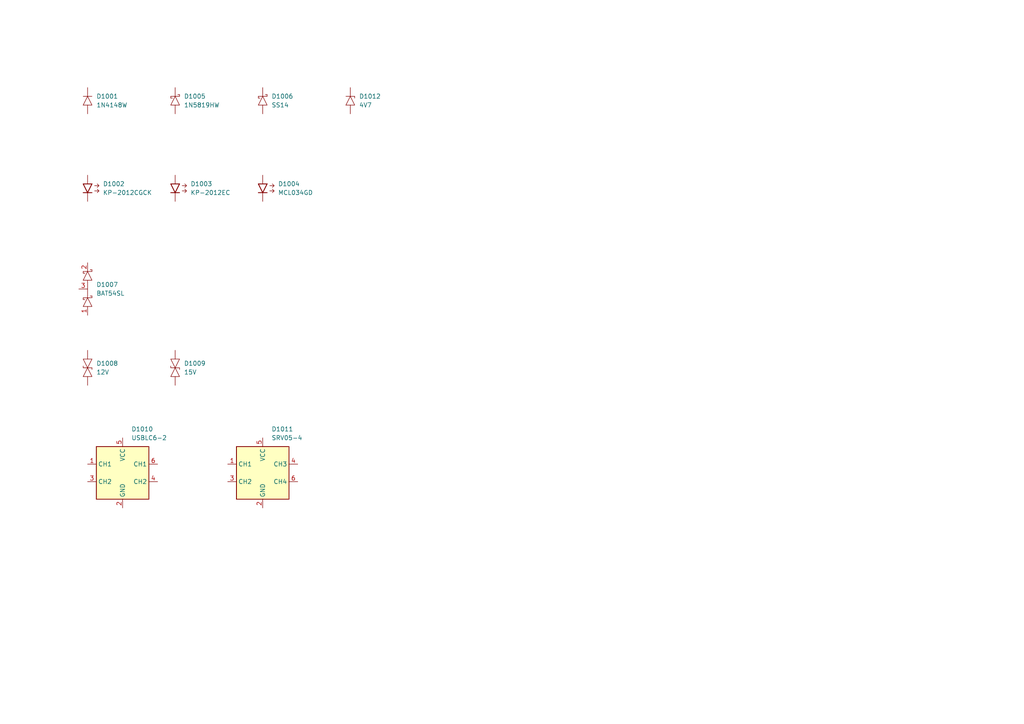
<source format=kicad_sch>
(kicad_sch
	(version 20250114)
	(generator "eeschema")
	(generator_version "9.0")
	(uuid "e63e39d7-6ac0-4ffd-8aa3-1841a4541b55")
	(paper "A4")
	(title_block
		(title "Diodes")
		(date "2026-01-06")
		(rev "1")
		(comment 1 "-")
		(comment 2 "-")
	)
	(lib_symbols
		(symbol "lily_symbols:dio_1N4148W_sod123"
			(pin_numbers
				(hide yes)
			)
			(pin_names
				(hide yes)
			)
			(exclude_from_sim no)
			(in_bom yes)
			(on_board yes)
			(property "Reference" "D"
				(at 2.54 -2.54 0)
				(effects
					(font
						(size 1.27 1.27)
					)
					(justify left)
				)
			)
			(property "Value" "1N4148W"
				(at 2.54 -5.08 0)
				(effects
					(font
						(size 1.27 1.27)
					)
					(justify left)
				)
			)
			(property "Footprint" "lily_footprints:dio_sod123"
				(at 0 -20.32 0)
				(effects
					(font
						(size 1.27 1.27)
					)
					(hide yes)
				)
			)
			(property "Datasheet" "https://lilytronics.github.io/lily_kicad_lib/datasheets/diotec/1N4148W.pdf"
				(at 0 -33.02 0)
				(effects
					(font
						(size 1.27 1.27)
					)
					(hide yes)
				)
			)
			(property "Description" ""
				(at 0 0 0)
				(effects
					(font
						(size 1.27 1.27)
					)
					(hide yes)
				)
			)
			(property "Revision" "1"
				(at 0 -15.24 0)
				(effects
					(font
						(size 1.27 1.27)
					)
					(hide yes)
				)
			)
			(property "Status" "Active"
				(at 0 -17.78 0)
				(effects
					(font
						(size 1.27 1.27)
					)
					(hide yes)
				)
			)
			(property "Manufacturer" "Diotec Semiconductor"
				(at 0 -22.86 0)
				(effects
					(font
						(size 1.27 1.27)
					)
					(hide yes)
				)
			)
			(property "Manufacturer_ID" "1N4148W"
				(at 0 -25.4 0)
				(effects
					(font
						(size 1.27 1.27)
					)
					(hide yes)
				)
			)
			(property "Lily_ID" "NO_ID"
				(at 0 -27.94 0)
				(effects
					(font
						(size 1.27 1.27)
					)
					(hide yes)
				)
			)
			(property "JLCPCB_ID" "NO_ID"
				(at 0 -30.48 0)
				(effects
					(font
						(size 1.27 1.27)
					)
					(hide yes)
				)
			)
			(symbol "dio_1N4148W_sod123_0_1"
				(polyline
					(pts
						(xy -1.27 -2.54) (xy 1.27 -2.54)
					)
					(stroke
						(width 0)
						(type default)
					)
					(fill
						(type none)
					)
				)
				(polyline
					(pts
						(xy -1.27 -5.08) (xy 1.27 -5.08) (xy 0 -2.54) (xy -1.27 -5.08)
					)
					(stroke
						(width 0)
						(type default)
					)
					(fill
						(type none)
					)
				)
			)
			(symbol "dio_1N4148W_sod123_1_1"
				(pin passive line
					(at 0 0 270)
					(length 2.54)
					(name ""
						(effects
							(font
								(size 1.27 1.27)
							)
						)
					)
					(number "1"
						(effects
							(font
								(size 1.27 1.27)
							)
						)
					)
				)
				(pin passive line
					(at 0 -7.62 90)
					(length 2.54)
					(name ""
						(effects
							(font
								(size 1.27 1.27)
							)
						)
					)
					(number "2"
						(effects
							(font
								(size 1.27 1.27)
							)
						)
					)
				)
			)
			(embedded_fonts no)
		)
		(symbol "lily_symbols:dio_led_green_KP-2012CGCK_0805"
			(pin_numbers
				(hide yes)
			)
			(pin_names
				(offset 1.016)
				(hide yes)
			)
			(exclude_from_sim no)
			(in_bom yes)
			(on_board yes)
			(property "Reference" "D"
				(at 4.445 -2.54 0)
				(effects
					(font
						(size 1.27 1.27)
					)
					(justify left)
				)
			)
			(property "Value" "KP-2012CGCK"
				(at 4.445 -5.08 0)
				(effects
					(font
						(size 1.27 1.27)
					)
					(justify left)
				)
			)
			(property "Footprint" "lily_footprints:led_0805"
				(at 0 -20.32 0)
				(effects
					(font
						(size 1.27 1.27)
					)
					(hide yes)
				)
			)
			(property "Datasheet" "https://lilytronics.github.io/lily_kicad_lib/datasheets/kingbright/KP-2012CGCK.pdf"
				(at 0 -33.02 0)
				(effects
					(font
						(size 1.27 1.27)
					)
					(hide yes)
				)
			)
			(property "Description" ""
				(at 0 0 0)
				(effects
					(font
						(size 1.27 1.27)
					)
					(hide yes)
				)
			)
			(property "Revision" "1"
				(at 0 -15.24 0)
				(effects
					(font
						(size 1.27 1.27)
					)
					(hide yes)
				)
			)
			(property "Status" "Active"
				(at 0 -17.78 0)
				(effects
					(font
						(size 1.27 1.27)
					)
					(hide yes)
				)
			)
			(property "Manufacturer" "Kingbright"
				(at 0 -22.86 0)
				(effects
					(font
						(size 1.27 1.27)
					)
					(hide yes)
				)
			)
			(property "Manufacturer_ID" "KP-2012CGCK"
				(at 0 -25.4 0)
				(effects
					(font
						(size 1.27 1.27)
					)
					(hide yes)
				)
			)
			(property "Lily_ID" "NO_ID"
				(at 0.508 -27.94 0)
				(effects
					(font
						(size 1.27 1.27)
					)
					(hide yes)
				)
			)
			(property "JLCPCB_ID" "C598271"
				(at 0 -30.48 0)
				(effects
					(font
						(size 1.27 1.27)
					)
					(hide yes)
				)
			)
			(symbol "dio_led_green_KP-2012CGCK_0805_0_1"
				(polyline
					(pts
						(xy 1.27 -2.54) (xy -1.27 -2.54) (xy 0 -5.08) (xy 1.27 -2.54)
					)
					(stroke
						(width 0.254)
						(type default)
					)
					(fill
						(type none)
					)
				)
				(polyline
					(pts
						(xy 1.27 -5.08) (xy -1.27 -5.08)
					)
					(stroke
						(width 0.254)
						(type default)
					)
					(fill
						(type none)
					)
				)
				(polyline
					(pts
						(xy 2.032 -3.048) (xy 3.302 -3.048) (xy 2.794 -3.556)
					)
					(stroke
						(width 0)
						(type default)
					)
					(fill
						(type none)
					)
				)
				(polyline
					(pts
						(xy 2.032 -4.572) (xy 3.302 -4.572) (xy 2.794 -5.08)
					)
					(stroke
						(width 0)
						(type default)
					)
					(fill
						(type none)
					)
				)
				(polyline
					(pts
						(xy 3.302 -3.048) (xy 2.794 -2.54)
					)
					(stroke
						(width 0)
						(type default)
					)
					(fill
						(type none)
					)
				)
				(polyline
					(pts
						(xy 3.302 -4.572) (xy 2.794 -4.064)
					)
					(stroke
						(width 0)
						(type default)
					)
					(fill
						(type none)
					)
				)
			)
			(symbol "dio_led_green_KP-2012CGCK_0805_1_1"
				(pin passive line
					(at 0 0 270)
					(length 2.54)
					(name "A"
						(effects
							(font
								(size 1.27 1.27)
							)
						)
					)
					(number "2"
						(effects
							(font
								(size 1.27 1.27)
							)
						)
					)
				)
				(pin passive line
					(at 0 -7.62 90)
					(length 2.54)
					(name "K"
						(effects
							(font
								(size 1.27 1.27)
							)
						)
					)
					(number "1"
						(effects
							(font
								(size 1.27 1.27)
							)
						)
					)
				)
			)
			(embedded_fonts no)
		)
		(symbol "lily_symbols:dio_led_green_MCL034GD_3mm_edge_mount"
			(pin_numbers
				(hide yes)
			)
			(pin_names
				(offset 1.016)
				(hide yes)
			)
			(exclude_from_sim no)
			(in_bom yes)
			(on_board yes)
			(property "Reference" "D"
				(at 4.445 -2.54 0)
				(effects
					(font
						(size 1.27 1.27)
					)
					(justify left)
				)
			)
			(property "Value" "MCL034GD"
				(at 4.445 -5.08 0)
				(effects
					(font
						(size 1.27 1.27)
					)
					(justify left)
				)
			)
			(property "Footprint" "lily_footprints:led_3mm_green_edge_mount"
				(at 0 -20.32 0)
				(effects
					(font
						(size 1.27 1.27)
					)
					(hide yes)
				)
			)
			(property "Datasheet" "https://lilytronics.github.io/lily_kicad_lib/datasheets/multicomp/MCL034GD.pdf"
				(at 0 -33.02 0)
				(effects
					(font
						(size 1.27 1.27)
					)
					(hide yes)
				)
			)
			(property "Description" ""
				(at 0 0 0)
				(effects
					(font
						(size 1.27 1.27)
					)
					(hide yes)
				)
			)
			(property "Revision" "1"
				(at 0 -15.24 0)
				(effects
					(font
						(size 1.27 1.27)
					)
					(hide yes)
				)
			)
			(property "Status" "Active"
				(at 0 -17.78 0)
				(effects
					(font
						(size 1.27 1.27)
					)
					(hide yes)
				)
			)
			(property "Manufacturer" "MULTICOMP PRO"
				(at 0 -22.86 0)
				(effects
					(font
						(size 1.27 1.27)
					)
					(hide yes)
				)
			)
			(property "Manufacturer_ID" "MCL034GD"
				(at 0 -25.4 0)
				(effects
					(font
						(size 1.27 1.27)
					)
					(hide yes)
				)
			)
			(property "Lily_ID" "NO_ID"
				(at 0 -27.94 0)
				(effects
					(font
						(size 1.27 1.27)
					)
					(hide yes)
				)
			)
			(property "JLCPCB_ID" "NO_ID"
				(at 0 -30.48 0)
				(effects
					(font
						(size 1.27 1.27)
					)
					(hide yes)
				)
			)
			(symbol "dio_led_green_MCL034GD_3mm_edge_mount_0_1"
				(polyline
					(pts
						(xy 1.27 -2.54) (xy -1.27 -2.54) (xy 0 -5.08) (xy 1.27 -2.54)
					)
					(stroke
						(width 0.254)
						(type default)
					)
					(fill
						(type none)
					)
				)
				(polyline
					(pts
						(xy 1.27 -5.08) (xy -1.27 -5.08)
					)
					(stroke
						(width 0.254)
						(type default)
					)
					(fill
						(type none)
					)
				)
				(polyline
					(pts
						(xy 2.032 -3.048) (xy 3.302 -3.048) (xy 2.794 -3.556)
					)
					(stroke
						(width 0)
						(type default)
					)
					(fill
						(type none)
					)
				)
				(polyline
					(pts
						(xy 2.032 -4.572) (xy 3.302 -4.572) (xy 2.794 -5.08)
					)
					(stroke
						(width 0)
						(type default)
					)
					(fill
						(type none)
					)
				)
				(polyline
					(pts
						(xy 3.302 -3.048) (xy 2.794 -2.54)
					)
					(stroke
						(width 0)
						(type default)
					)
					(fill
						(type none)
					)
				)
				(polyline
					(pts
						(xy 3.302 -4.572) (xy 2.794 -4.064)
					)
					(stroke
						(width 0)
						(type default)
					)
					(fill
						(type none)
					)
				)
			)
			(symbol "dio_led_green_MCL034GD_3mm_edge_mount_1_1"
				(pin passive line
					(at 0 0 270)
					(length 2.54)
					(name "A"
						(effects
							(font
								(size 1.27 1.27)
							)
						)
					)
					(number "2"
						(effects
							(font
								(size 1.27 1.27)
							)
						)
					)
				)
				(pin passive line
					(at 0 -7.62 90)
					(length 2.54)
					(name "K"
						(effects
							(font
								(size 1.27 1.27)
							)
						)
					)
					(number "1"
						(effects
							(font
								(size 1.27 1.27)
							)
						)
					)
				)
			)
			(embedded_fonts no)
		)
		(symbol "lily_symbols:dio_led_red_KP-2012EC_0805"
			(pin_numbers
				(hide yes)
			)
			(pin_names
				(offset 1.016)
				(hide yes)
			)
			(exclude_from_sim no)
			(in_bom yes)
			(on_board yes)
			(property "Reference" "D"
				(at 4.445 -2.54 0)
				(effects
					(font
						(size 1.27 1.27)
					)
					(justify left)
				)
			)
			(property "Value" "KP-2012EC"
				(at 4.445 -5.08 0)
				(effects
					(font
						(size 1.27 1.27)
					)
					(justify left)
				)
			)
			(property "Footprint" "lily_footprints:led_0805"
				(at 0 -20.32 0)
				(effects
					(font
						(size 1.27 1.27)
					)
					(hide yes)
				)
			)
			(property "Datasheet" "https://lilytronics.github.io/lily_kicad_lib/datasheets/kingbright/KP-2012EC.pdf"
				(at 0 -33.02 0)
				(effects
					(font
						(size 1.27 1.27)
					)
					(hide yes)
				)
			)
			(property "Description" ""
				(at 0 0 0)
				(effects
					(font
						(size 1.27 1.27)
					)
					(hide yes)
				)
			)
			(property "Revision" "1"
				(at 0 -15.24 0)
				(effects
					(font
						(size 1.27 1.27)
					)
					(hide yes)
				)
			)
			(property "Status" "Active"
				(at 0 -17.78 0)
				(effects
					(font
						(size 1.27 1.27)
					)
					(hide yes)
				)
			)
			(property "Manufacturer" "Kingbright"
				(at 0 -22.86 0)
				(effects
					(font
						(size 1.27 1.27)
					)
					(hide yes)
				)
			)
			(property "Manufacturer_ID" "KP-2012EC"
				(at 0 -25.4 0)
				(effects
					(font
						(size 1.27 1.27)
					)
					(hide yes)
				)
			)
			(property "Lily_ID" "NO_ID"
				(at 0.508 -27.94 0)
				(effects
					(font
						(size 1.27 1.27)
					)
					(hide yes)
				)
			)
			(property "JLCPCB_ID" "C598272"
				(at 0 -30.48 0)
				(effects
					(font
						(size 1.27 1.27)
					)
					(hide yes)
				)
			)
			(symbol "dio_led_red_KP-2012EC_0805_0_1"
				(polyline
					(pts
						(xy 1.27 -2.54) (xy -1.27 -2.54) (xy 0 -5.08) (xy 1.27 -2.54)
					)
					(stroke
						(width 0.254)
						(type default)
					)
					(fill
						(type none)
					)
				)
				(polyline
					(pts
						(xy 1.27 -5.08) (xy -1.27 -5.08)
					)
					(stroke
						(width 0.254)
						(type default)
					)
					(fill
						(type none)
					)
				)
				(polyline
					(pts
						(xy 2.032 -3.048) (xy 3.302 -3.048) (xy 2.794 -3.556)
					)
					(stroke
						(width 0)
						(type default)
					)
					(fill
						(type none)
					)
				)
				(polyline
					(pts
						(xy 2.032 -4.572) (xy 3.302 -4.572) (xy 2.794 -5.08)
					)
					(stroke
						(width 0)
						(type default)
					)
					(fill
						(type none)
					)
				)
				(polyline
					(pts
						(xy 3.302 -3.048) (xy 2.794 -2.54)
					)
					(stroke
						(width 0)
						(type default)
					)
					(fill
						(type none)
					)
				)
				(polyline
					(pts
						(xy 3.302 -4.572) (xy 2.794 -4.064)
					)
					(stroke
						(width 0)
						(type default)
					)
					(fill
						(type none)
					)
				)
			)
			(symbol "dio_led_red_KP-2012EC_0805_1_1"
				(pin passive line
					(at 0 0 270)
					(length 2.54)
					(name "A"
						(effects
							(font
								(size 1.27 1.27)
							)
						)
					)
					(number "2"
						(effects
							(font
								(size 1.27 1.27)
							)
						)
					)
				)
				(pin passive line
					(at 0 -7.62 90)
					(length 2.54)
					(name "K"
						(effects
							(font
								(size 1.27 1.27)
							)
						)
					)
					(number "1"
						(effects
							(font
								(size 1.27 1.27)
							)
						)
					)
				)
			)
			(embedded_fonts no)
		)
		(symbol "lily_symbols:dio_schottky_1N5819HW_sod123"
			(pin_numbers
				(hide yes)
			)
			(pin_names
				(hide yes)
			)
			(exclude_from_sim no)
			(in_bom yes)
			(on_board yes)
			(property "Reference" "D"
				(at 2.54 -2.54 0)
				(effects
					(font
						(size 1.27 1.27)
					)
					(justify left)
				)
			)
			(property "Value" "1N5819HW"
				(at 2.54 -5.08 0)
				(effects
					(font
						(size 1.27 1.27)
					)
					(justify left)
				)
			)
			(property "Footprint" "lily_footprints:dio_sod123"
				(at 0 -20.32 0)
				(effects
					(font
						(size 1.27 1.27)
					)
					(hide yes)
				)
			)
			(property "Datasheet" "https://lilytronics.github.io/lily_kicad_lib/datasheets/diodes_incorporated/1N5819HW.pdf"
				(at 0 -33.02 0)
				(effects
					(font
						(size 1.27 1.27)
					)
					(hide yes)
				)
			)
			(property "Description" ""
				(at 0 0 0)
				(effects
					(font
						(size 1.27 1.27)
					)
					(hide yes)
				)
			)
			(property "Revision" "1"
				(at 0 -15.24 0)
				(effects
					(font
						(size 1.27 1.27)
					)
					(hide yes)
				)
			)
			(property "Status" "Active"
				(at 0 -17.78 0)
				(effects
					(font
						(size 1.27 1.27)
					)
					(hide yes)
				)
			)
			(property "Manufacturer" "Diodes Incorporated"
				(at 0 -22.86 0)
				(effects
					(font
						(size 1.27 1.27)
					)
					(hide yes)
				)
			)
			(property "Manufacturer_ID" "1N5819HW-7-F"
				(at 0 -25.4 0)
				(effects
					(font
						(size 1.27 1.27)
					)
					(hide yes)
				)
			)
			(property "Lily_ID" "NO_ID"
				(at 0 -27.94 0)
				(effects
					(font
						(size 1.27 1.27)
					)
					(hide yes)
				)
			)
			(property "JLCPCB_ID" "C82544"
				(at 0 -30.48 0)
				(effects
					(font
						(size 1.27 1.27)
					)
					(hide yes)
				)
			)
			(symbol "dio_schottky_1N5819HW_sod123_0_1"
				(polyline
					(pts
						(xy -1.27 -2.54) (xy -1.27 -3.048)
					)
					(stroke
						(width 0)
						(type default)
					)
					(fill
						(type none)
					)
				)
				(polyline
					(pts
						(xy -1.27 -2.54) (xy 1.27 -2.54)
					)
					(stroke
						(width 0)
						(type default)
					)
					(fill
						(type none)
					)
				)
				(polyline
					(pts
						(xy -1.27 -3.048) (xy -0.762 -3.048)
					)
					(stroke
						(width 0)
						(type default)
					)
					(fill
						(type none)
					)
				)
				(polyline
					(pts
						(xy -1.27 -5.08) (xy 1.27 -5.08) (xy 0 -2.54) (xy -1.27 -5.08)
					)
					(stroke
						(width 0)
						(type default)
					)
					(fill
						(type none)
					)
				)
				(polyline
					(pts
						(xy 1.27 -2.032) (xy 0.762 -2.032)
					)
					(stroke
						(width 0)
						(type default)
					)
					(fill
						(type none)
					)
				)
				(polyline
					(pts
						(xy 1.27 -2.54) (xy 1.27 -2.032)
					)
					(stroke
						(width 0)
						(type default)
					)
					(fill
						(type none)
					)
				)
			)
			(symbol "dio_schottky_1N5819HW_sod123_1_1"
				(pin passive line
					(at 0 0 270)
					(length 2.54)
					(name ""
						(effects
							(font
								(size 1.27 1.27)
							)
						)
					)
					(number "1"
						(effects
							(font
								(size 1.27 1.27)
							)
						)
					)
				)
				(pin passive line
					(at 0 -7.62 90)
					(length 2.54)
					(name ""
						(effects
							(font
								(size 1.27 1.27)
							)
						)
					)
					(number "2"
						(effects
							(font
								(size 1.27 1.27)
							)
						)
					)
				)
			)
			(embedded_fonts no)
		)
		(symbol "lily_symbols:dio_schottky_SS14_do214ac_sma"
			(pin_numbers
				(hide yes)
			)
			(pin_names
				(hide yes)
			)
			(exclude_from_sim no)
			(in_bom yes)
			(on_board yes)
			(property "Reference" "D"
				(at 2.54 -2.54 0)
				(effects
					(font
						(size 1.27 1.27)
					)
					(justify left)
				)
			)
			(property "Value" "SS14"
				(at 2.54 -5.08 0)
				(effects
					(font
						(size 1.27 1.27)
					)
					(justify left)
				)
			)
			(property "Footprint" "lily_footprints:dio_do214ac_sma"
				(at 0 -20.32 0)
				(effects
					(font
						(size 1.27 1.27)
					)
					(hide yes)
				)
			)
			(property "Datasheet" "https://lilytronics.github.io/lily_kicad_lib/datasheets/vishay/SS12_13_14_15_16_SMA.pdf"
				(at 0 -33.02 0)
				(effects
					(font
						(size 1.27 1.27)
					)
					(hide yes)
				)
			)
			(property "Description" ""
				(at 0 0 0)
				(effects
					(font
						(size 1.27 1.27)
					)
					(hide yes)
				)
			)
			(property "Revision" "1"
				(at 0 -15.24 0)
				(effects
					(font
						(size 1.27 1.27)
					)
					(hide yes)
				)
			)
			(property "Status" "Active"
				(at 0 -17.78 0)
				(effects
					(font
						(size 1.27 1.27)
					)
					(hide yes)
				)
			)
			(property "Manufacturer" "Vishay Intertech"
				(at 0 -22.86 0)
				(effects
					(font
						(size 1.27 1.27)
					)
					(hide yes)
				)
			)
			(property "Manufacturer_ID" "SS14-E3/61T"
				(at 0 -25.4 0)
				(effects
					(font
						(size 1.27 1.27)
					)
					(hide yes)
				)
			)
			(property "Lily_ID" "NO_ID"
				(at 0 -27.94 0)
				(effects
					(font
						(size 1.27 1.27)
					)
					(hide yes)
				)
			)
			(property "JLCPCB_ID" "C47460"
				(at 0 -30.48 0)
				(effects
					(font
						(size 1.27 1.27)
					)
					(hide yes)
				)
			)
			(symbol "dio_schottky_SS14_do214ac_sma_0_1"
				(polyline
					(pts
						(xy -1.27 -2.54) (xy -1.27 -3.048)
					)
					(stroke
						(width 0)
						(type default)
					)
					(fill
						(type none)
					)
				)
				(polyline
					(pts
						(xy -1.27 -2.54) (xy 1.27 -2.54)
					)
					(stroke
						(width 0)
						(type default)
					)
					(fill
						(type none)
					)
				)
				(polyline
					(pts
						(xy -1.27 -3.048) (xy -0.762 -3.048)
					)
					(stroke
						(width 0)
						(type default)
					)
					(fill
						(type none)
					)
				)
				(polyline
					(pts
						(xy -1.27 -5.08) (xy 1.27 -5.08) (xy 0 -2.54) (xy -1.27 -5.08)
					)
					(stroke
						(width 0)
						(type default)
					)
					(fill
						(type none)
					)
				)
				(polyline
					(pts
						(xy 1.27 -2.032) (xy 0.762 -2.032)
					)
					(stroke
						(width 0)
						(type default)
					)
					(fill
						(type none)
					)
				)
				(polyline
					(pts
						(xy 1.27 -2.54) (xy 1.27 -2.032)
					)
					(stroke
						(width 0)
						(type default)
					)
					(fill
						(type none)
					)
				)
			)
			(symbol "dio_schottky_SS14_do214ac_sma_1_1"
				(pin passive line
					(at 0 0 270)
					(length 2.54)
					(name ""
						(effects
							(font
								(size 1.27 1.27)
							)
						)
					)
					(number "1"
						(effects
							(font
								(size 1.27 1.27)
							)
						)
					)
				)
				(pin passive line
					(at 0 -7.62 90)
					(length 2.54)
					(name ""
						(effects
							(font
								(size 1.27 1.27)
							)
						)
					)
					(number "2"
						(effects
							(font
								(size 1.27 1.27)
							)
						)
					)
				)
			)
			(embedded_fonts no)
		)
		(symbol "lily_symbols:dio_schottky_dual_BAT54SL_sot23"
			(pin_names
				(hide yes)
			)
			(exclude_from_sim no)
			(in_bom yes)
			(on_board yes)
			(property "Reference" "D"
				(at 5.08 1.27 0)
				(effects
					(font
						(size 1.27 1.27)
					)
					(justify left)
				)
			)
			(property "Value" "BAT54SL"
				(at 5.08 -1.27 0)
				(effects
					(font
						(size 1.27 1.27)
					)
					(justify left)
				)
			)
			(property "Footprint" "lily_footprints:sot23"
				(at 2.54 -20.32 0)
				(effects
					(font
						(size 1.27 1.27)
					)
					(hide yes)
				)
			)
			(property "Datasheet" "https://lilytronics.github.io/lily_kicad_lib/datasheets/onsemi/BAT54SL.pdf"
				(at 2.54 -33.02 0)
				(effects
					(font
						(size 1.27 1.27)
					)
					(hide yes)
				)
			)
			(property "Description" ""
				(at 0 0 0)
				(effects
					(font
						(size 1.27 1.27)
					)
					(hide yes)
				)
			)
			(property "Revision" "1"
				(at 2.54 -15.24 0)
				(effects
					(font
						(size 1.27 1.27)
					)
					(hide yes)
				)
			)
			(property "Status" "Active"
				(at 2.54 -17.78 0)
				(effects
					(font
						(size 1.27 1.27)
					)
					(hide yes)
				)
			)
			(property "Manufacturer" "Onsemi"
				(at 2.54 -22.86 0)
				(effects
					(font
						(size 1.27 1.27)
					)
					(hide yes)
				)
			)
			(property "Manufacturer_ID" "BAT54SLT1G"
				(at 2.54 -25.4 0)
				(effects
					(font
						(size 1.27 1.27)
					)
					(hide yes)
				)
			)
			(property "Lily_ID" "NO_ID"
				(at 2.54 -27.94 0)
				(effects
					(font
						(size 1.27 1.27)
					)
					(hide yes)
				)
			)
			(property "JLCPCB_ID" "C19726"
				(at 2.54 -30.48 0)
				(effects
					(font
						(size 1.27 1.27)
					)
					(hide yes)
				)
			)
			(symbol "dio_schottky_dual_BAT54SL_sot23_0_1"
				(polyline
					(pts
						(xy 1.27 5.08) (xy 1.27 4.572)
					)
					(stroke
						(width 0)
						(type default)
					)
					(fill
						(type none)
					)
				)
				(polyline
					(pts
						(xy 1.27 5.08) (xy 3.81 5.08)
					)
					(stroke
						(width 0)
						(type default)
					)
					(fill
						(type none)
					)
				)
				(polyline
					(pts
						(xy 1.27 4.572) (xy 1.778 4.572)
					)
					(stroke
						(width 0)
						(type default)
					)
					(fill
						(type none)
					)
				)
				(polyline
					(pts
						(xy 1.27 2.54) (xy 3.81 2.54) (xy 2.54 5.08) (xy 1.27 2.54)
					)
					(stroke
						(width 0)
						(type default)
					)
					(fill
						(type none)
					)
				)
				(polyline
					(pts
						(xy 1.27 -2.54) (xy 1.27 -3.048)
					)
					(stroke
						(width 0)
						(type default)
					)
					(fill
						(type none)
					)
				)
				(polyline
					(pts
						(xy 1.27 -2.54) (xy 3.81 -2.54)
					)
					(stroke
						(width 0)
						(type default)
					)
					(fill
						(type none)
					)
				)
				(polyline
					(pts
						(xy 1.27 -3.048) (xy 1.778 -3.048)
					)
					(stroke
						(width 0)
						(type default)
					)
					(fill
						(type none)
					)
				)
				(polyline
					(pts
						(xy 1.27 -5.08) (xy 3.81 -5.08) (xy 2.54 -2.54) (xy 1.27 -5.08)
					)
					(stroke
						(width 0)
						(type default)
					)
					(fill
						(type none)
					)
				)
				(polyline
					(pts
						(xy 2.54 -2.54) (xy 2.54 2.54)
					)
					(stroke
						(width 0)
						(type default)
					)
					(fill
						(type none)
					)
				)
				(polyline
					(pts
						(xy 3.81 5.588) (xy 3.302 5.588)
					)
					(stroke
						(width 0)
						(type default)
					)
					(fill
						(type none)
					)
				)
				(polyline
					(pts
						(xy 3.81 5.08) (xy 3.81 5.588)
					)
					(stroke
						(width 0)
						(type default)
					)
					(fill
						(type none)
					)
				)
				(polyline
					(pts
						(xy 3.81 -2.032) (xy 3.302 -2.032)
					)
					(stroke
						(width 0)
						(type default)
					)
					(fill
						(type none)
					)
				)
				(polyline
					(pts
						(xy 3.81 -2.54) (xy 3.81 -2.032)
					)
					(stroke
						(width 0)
						(type default)
					)
					(fill
						(type none)
					)
				)
			)
			(symbol "dio_schottky_dual_BAT54SL_sot23_1_1"
				(pin passive line
					(at 0 0 0)
					(length 2.54)
					(name ""
						(effects
							(font
								(size 1.27 1.27)
							)
						)
					)
					(number "3"
						(effects
							(font
								(size 1.27 1.27)
							)
						)
					)
				)
				(pin passive line
					(at 2.54 7.62 270)
					(length 2.54)
					(name ""
						(effects
							(font
								(size 1.27 1.27)
							)
						)
					)
					(number "2"
						(effects
							(font
								(size 1.27 1.27)
							)
						)
					)
				)
				(pin passive line
					(at 2.54 -7.62 90)
					(length 2.54)
					(name ""
						(effects
							(font
								(size 1.27 1.27)
							)
						)
					)
					(number "1"
						(effects
							(font
								(size 1.27 1.27)
							)
						)
					)
				)
			)
			(embedded_fonts no)
		)
		(symbol "lily_symbols:dio_tvs_bidi_12V_do214ac_sma"
			(pin_numbers
				(hide yes)
			)
			(pin_names
				(hide yes)
			)
			(exclude_from_sim no)
			(in_bom yes)
			(on_board yes)
			(property "Reference" "D"
				(at 2.54 -3.81 0)
				(effects
					(font
						(size 1.27 1.27)
					)
					(justify left)
				)
			)
			(property "Value" "12V"
				(at 2.54 -6.35 0)
				(effects
					(font
						(size 1.27 1.27)
					)
					(justify left)
				)
			)
			(property "Footprint" "lily_footprints:dio_do214ac_sma"
				(at 0 -22.86 0)
				(effects
					(font
						(size 1.27 1.27)
					)
					(hide yes)
				)
			)
			(property "Datasheet" "https://lilytronics.github.io/lily_kicad_lib/datasheets/littelfuse/SMAJ_series.pdf"
				(at 0 -35.56 0)
				(effects
					(font
						(size 1.27 1.27)
					)
					(hide yes)
				)
			)
			(property "Description" ""
				(at 0 0 0)
				(effects
					(font
						(size 1.27 1.27)
					)
					(hide yes)
				)
			)
			(property "Revision" "1"
				(at 0 -17.78 0)
				(effects
					(font
						(size 1.27 1.27)
					)
					(hide yes)
				)
			)
			(property "Status" "Active"
				(at 0 -20.32 0)
				(effects
					(font
						(size 1.27 1.27)
					)
					(hide yes)
				)
			)
			(property "Manufacturer" "Littelfuse"
				(at 0 -25.4 0)
				(effects
					(font
						(size 1.27 1.27)
					)
					(hide yes)
				)
			)
			(property "Manufacturer_ID" "SMAJ12CA"
				(at 0 -27.94 0)
				(effects
					(font
						(size 1.27 1.27)
					)
					(hide yes)
				)
			)
			(property "Lily_ID" "NO_ID"
				(at 0 -30.48 0)
				(effects
					(font
						(size 1.27 1.27)
					)
					(hide yes)
				)
			)
			(property "JLCPCB_ID" "C83267"
				(at 0 -33.02 0)
				(effects
					(font
						(size 1.27 1.27)
					)
					(hide yes)
				)
			)
			(symbol "dio_tvs_bidi_12V_do214ac_sma_0_1"
				(polyline
					(pts
						(xy -1.27 -5.08) (xy 1.27 -5.08)
					)
					(stroke
						(width 0)
						(type default)
					)
					(fill
						(type none)
					)
				)
				(polyline
					(pts
						(xy -1.27 -5.08) (xy -1.27 -4.572) (xy -1.27 -5.08)
					)
					(stroke
						(width 0)
						(type default)
					)
					(fill
						(type none)
					)
				)
				(polyline
					(pts
						(xy -1.27 -7.62) (xy 1.27 -7.62) (xy 0 -5.08) (xy -1.27 -7.62)
					)
					(stroke
						(width 0)
						(type default)
					)
					(fill
						(type none)
					)
				)
				(polyline
					(pts
						(xy 1.27 -2.54) (xy -1.27 -2.54) (xy 0 -5.08) (xy 1.27 -2.54)
					)
					(stroke
						(width 0)
						(type default)
					)
					(fill
						(type none)
					)
				)
				(polyline
					(pts
						(xy 1.27 -5.08) (xy 1.27 -5.588) (xy 1.27 -5.08)
					)
					(stroke
						(width 0)
						(type default)
					)
					(fill
						(type none)
					)
				)
			)
			(symbol "dio_tvs_bidi_12V_do214ac_sma_1_1"
				(pin passive line
					(at 0 0 270)
					(length 2.54)
					(name ""
						(effects
							(font
								(size 1.27 1.27)
							)
						)
					)
					(number "1"
						(effects
							(font
								(size 1.27 1.27)
							)
						)
					)
				)
				(pin passive line
					(at 0 -10.16 90)
					(length 2.54)
					(name ""
						(effects
							(font
								(size 1.27 1.27)
							)
						)
					)
					(number "2"
						(effects
							(font
								(size 1.27 1.27)
							)
						)
					)
				)
			)
			(embedded_fonts no)
		)
		(symbol "lily_symbols:dio_tvs_bidi_15V_smb"
			(pin_numbers
				(hide yes)
			)
			(pin_names
				(hide yes)
			)
			(exclude_from_sim no)
			(in_bom yes)
			(on_board yes)
			(property "Reference" "D"
				(at 2.54 -3.81 0)
				(effects
					(font
						(size 1.27 1.27)
					)
					(justify left)
				)
			)
			(property "Value" "15V"
				(at 2.54 -6.35 0)
				(effects
					(font
						(size 1.27 1.27)
					)
					(justify left)
				)
			)
			(property "Footprint" "lily_footprints:dio_do214aa_smb"
				(at 0 -22.86 0)
				(effects
					(font
						(size 1.27 1.27)
					)
					(hide yes)
				)
			)
			(property "Datasheet" "https://lilytronics.github.io/lily_kicad_lib/datasheets/littelfuse/SMBJ_series.pdf"
				(at 0 -35.56 0)
				(effects
					(font
						(size 1.27 1.27)
					)
					(hide yes)
				)
			)
			(property "Description" ""
				(at 0 0 0)
				(effects
					(font
						(size 1.27 1.27)
					)
					(hide yes)
				)
			)
			(property "Revision" "1"
				(at 0 -17.78 0)
				(effects
					(font
						(size 1.27 1.27)
					)
					(hide yes)
				)
			)
			(property "Status" "Active"
				(at 0 -20.32 0)
				(effects
					(font
						(size 1.27 1.27)
					)
					(hide yes)
				)
			)
			(property "Manufacturer" "Littelfuse"
				(at 0 -25.4 0)
				(effects
					(font
						(size 1.27 1.27)
					)
					(hide yes)
				)
			)
			(property "Manufacturer_ID" "SMBJ15CA"
				(at 0 -27.94 0)
				(effects
					(font
						(size 1.27 1.27)
					)
					(hide yes)
				)
			)
			(property "Lily_ID" "NO_ID"
				(at 0 -30.48 0)
				(effects
					(font
						(size 1.27 1.27)
					)
					(hide yes)
				)
			)
			(property "JLCPCB_ID" "C78809"
				(at 0 -33.02 0)
				(effects
					(font
						(size 1.27 1.27)
					)
					(hide yes)
				)
			)
			(symbol "dio_tvs_bidi_15V_smb_0_1"
				(polyline
					(pts
						(xy -1.27 -5.08) (xy 1.27 -5.08)
					)
					(stroke
						(width 0)
						(type default)
					)
					(fill
						(type none)
					)
				)
				(polyline
					(pts
						(xy -1.27 -5.08) (xy -1.27 -4.572) (xy -1.27 -5.08)
					)
					(stroke
						(width 0)
						(type default)
					)
					(fill
						(type none)
					)
				)
				(polyline
					(pts
						(xy -1.27 -7.62) (xy 1.27 -7.62) (xy 0 -5.08) (xy -1.27 -7.62)
					)
					(stroke
						(width 0)
						(type default)
					)
					(fill
						(type none)
					)
				)
				(polyline
					(pts
						(xy 1.27 -2.54) (xy -1.27 -2.54) (xy 0 -5.08) (xy 1.27 -2.54)
					)
					(stroke
						(width 0)
						(type default)
					)
					(fill
						(type none)
					)
				)
				(polyline
					(pts
						(xy 1.27 -5.08) (xy 1.27 -5.588) (xy 1.27 -5.08)
					)
					(stroke
						(width 0)
						(type default)
					)
					(fill
						(type none)
					)
				)
			)
			(symbol "dio_tvs_bidi_15V_smb_1_1"
				(pin passive line
					(at 0 0 270)
					(length 2.54)
					(name ""
						(effects
							(font
								(size 1.27 1.27)
							)
						)
					)
					(number "1"
						(effects
							(font
								(size 1.27 1.27)
							)
						)
					)
				)
				(pin passive line
					(at 0 -10.16 90)
					(length 2.54)
					(name ""
						(effects
							(font
								(size 1.27 1.27)
							)
						)
					)
					(number "2"
						(effects
							(font
								(size 1.27 1.27)
							)
						)
					)
				)
			)
			(embedded_fonts no)
		)
		(symbol "lily_symbols:dio_tvs_uni_2_channel_6V_USBLC6-2_sot23-6"
			(exclude_from_sim no)
			(in_bom yes)
			(on_board yes)
			(property "Reference" "D"
				(at 12.7 10.16 0)
				(effects
					(font
						(size 1.27 1.27)
					)
					(justify left)
				)
			)
			(property "Value" "USBLC6-2"
				(at 12.7 7.62 0)
				(effects
					(font
						(size 1.27 1.27)
					)
					(justify left)
				)
			)
			(property "Footprint" "lily_footprints:sot23-6_sc74"
				(at 10.16 -30.48 0)
				(effects
					(font
						(size 1.27 1.27)
					)
					(hide yes)
				)
			)
			(property "Datasheet" "https://lilytronics.github.io/lily_kicad_lib/datasheets/stmicroelectronics/USBLC6-2.pdf"
				(at 10.16 -43.18 0)
				(effects
					(font
						(size 1.27 1.27)
					)
					(hide yes)
				)
			)
			(property "Description" ""
				(at 0 0 0)
				(effects
					(font
						(size 1.27 1.27)
					)
					(hide yes)
				)
			)
			(property "Revision" "1"
				(at 10.16 -25.4 0)
				(effects
					(font
						(size 1.27 1.27)
					)
					(hide yes)
				)
			)
			(property "Status" "Active"
				(at 10.16 -27.94 0)
				(effects
					(font
						(size 1.27 1.27)
					)
					(hide yes)
				)
			)
			(property "Manufacturer" "STMicroelectronics"
				(at 10.16 -33.02 0)
				(effects
					(font
						(size 1.27 1.27)
					)
					(hide yes)
				)
			)
			(property "Manufacturer_ID" "USBLC6-2SC6"
				(at 10.16 -35.56 0)
				(effects
					(font
						(size 1.27 1.27)
					)
					(hide yes)
				)
			)
			(property "Lily_ID" "NO_ID"
				(at 10.16 -40.64 0)
				(effects
					(font
						(size 1.27 1.27)
					)
					(hide yes)
				)
			)
			(property "JLCPCB_ID" "C7519"
				(at 10.16 -38.1 0)
				(effects
					(font
						(size 1.27 1.27)
					)
					(hide yes)
				)
			)
			(symbol "dio_tvs_uni_2_channel_6V_USBLC6-2_sot23-6_0_1"
				(rectangle
					(start 2.54 5.08)
					(end 17.78 -10.16)
					(stroke
						(width 0.254)
						(type default)
					)
					(fill
						(type background)
					)
				)
			)
			(symbol "dio_tvs_uni_2_channel_6V_USBLC6-2_sot23-6_1_1"
				(pin passive line
					(at 0 0 0)
					(length 2.54)
					(name "CH1"
						(effects
							(font
								(size 1.27 1.27)
							)
						)
					)
					(number "1"
						(effects
							(font
								(size 1.27 1.27)
							)
						)
					)
				)
				(pin passive line
					(at 0 -5.08 0)
					(length 2.54)
					(name "CH2"
						(effects
							(font
								(size 1.27 1.27)
							)
						)
					)
					(number "3"
						(effects
							(font
								(size 1.27 1.27)
							)
						)
					)
				)
				(pin power_in line
					(at 10.16 7.62 270)
					(length 2.54)
					(name "VCC"
						(effects
							(font
								(size 1.27 1.27)
							)
						)
					)
					(number "5"
						(effects
							(font
								(size 1.27 1.27)
							)
						)
					)
				)
				(pin power_in line
					(at 10.16 -12.7 90)
					(length 2.54)
					(name "GND"
						(effects
							(font
								(size 1.27 1.27)
							)
						)
					)
					(number "2"
						(effects
							(font
								(size 1.27 1.27)
							)
						)
					)
				)
				(pin passive line
					(at 20.32 0 180)
					(length 2.54)
					(name "CH1"
						(effects
							(font
								(size 1.27 1.27)
							)
						)
					)
					(number "6"
						(effects
							(font
								(size 1.27 1.27)
							)
						)
					)
				)
				(pin passive line
					(at 20.32 -5.08 180)
					(length 2.54)
					(name "CH2"
						(effects
							(font
								(size 1.27 1.27)
							)
						)
					)
					(number "4"
						(effects
							(font
								(size 1.27 1.27)
							)
						)
					)
				)
			)
			(embedded_fonts no)
		)
		(symbol "lily_symbols:dio_tvs_uni_4_channel_5V_SRV05-4_sot23-6"
			(exclude_from_sim no)
			(in_bom yes)
			(on_board yes)
			(property "Reference" "D"
				(at 12.7 10.16 0)
				(effects
					(font
						(size 1.27 1.27)
					)
					(justify left)
				)
			)
			(property "Value" "SRV05-4"
				(at 12.7 7.62 0)
				(effects
					(font
						(size 1.27 1.27)
					)
					(justify left)
				)
			)
			(property "Footprint" "lily_footprints:sot23-6_sc74"
				(at 10.16 -30.48 0)
				(effects
					(font
						(size 1.27 1.27)
					)
					(hide yes)
				)
			)
			(property "Datasheet" "https://lilytronics.github.io/lily_kicad_lib/datasheets/littelfuse/SRV05-4.pdf"
				(at 10.16 -43.18 0)
				(effects
					(font
						(size 1.27 1.27)
					)
					(hide yes)
				)
			)
			(property "Description" ""
				(at 0 0 0)
				(effects
					(font
						(size 1.27 1.27)
					)
					(hide yes)
				)
			)
			(property "Revision" "1"
				(at 10.16 -25.4 0)
				(effects
					(font
						(size 1.27 1.27)
					)
					(hide yes)
				)
			)
			(property "Status" "Active"
				(at 10.16 -27.94 0)
				(effects
					(font
						(size 1.27 1.27)
					)
					(hide yes)
				)
			)
			(property "Manufacturer" "Littelfuse"
				(at 10.16 -33.02 0)
				(effects
					(font
						(size 1.27 1.27)
					)
					(hide yes)
				)
			)
			(property "Manufacturer_ID" "SRV05-4HTG-D"
				(at 10.16 -35.56 0)
				(effects
					(font
						(size 1.27 1.27)
					)
					(hide yes)
				)
			)
			(property "Lily_ID" "NO_ID"
				(at 10.16 -38.1 0)
				(effects
					(font
						(size 1.27 1.27)
					)
					(hide yes)
				)
			)
			(property "JLCPCB_ID" "C1975211"
				(at 10.16 -40.64 0)
				(effects
					(font
						(size 1.27 1.27)
					)
					(hide yes)
				)
			)
			(symbol "dio_tvs_uni_4_channel_5V_SRV05-4_sot23-6_0_1"
				(rectangle
					(start 2.54 5.08)
					(end 17.78 -10.16)
					(stroke
						(width 0.254)
						(type default)
					)
					(fill
						(type background)
					)
				)
			)
			(symbol "dio_tvs_uni_4_channel_5V_SRV05-4_sot23-6_1_1"
				(pin passive line
					(at 0 0 0)
					(length 2.54)
					(name "CH1"
						(effects
							(font
								(size 1.27 1.27)
							)
						)
					)
					(number "1"
						(effects
							(font
								(size 1.27 1.27)
							)
						)
					)
				)
				(pin passive line
					(at 0 -5.08 0)
					(length 2.54)
					(name "CH2"
						(effects
							(font
								(size 1.27 1.27)
							)
						)
					)
					(number "3"
						(effects
							(font
								(size 1.27 1.27)
							)
						)
					)
				)
				(pin power_in line
					(at 10.16 7.62 270)
					(length 2.54)
					(name "VCC"
						(effects
							(font
								(size 1.27 1.27)
							)
						)
					)
					(number "5"
						(effects
							(font
								(size 1.27 1.27)
							)
						)
					)
				)
				(pin power_in line
					(at 10.16 -12.7 90)
					(length 2.54)
					(name "GND"
						(effects
							(font
								(size 1.27 1.27)
							)
						)
					)
					(number "2"
						(effects
							(font
								(size 1.27 1.27)
							)
						)
					)
				)
				(pin passive line
					(at 20.32 0 180)
					(length 2.54)
					(name "CH3"
						(effects
							(font
								(size 1.27 1.27)
							)
						)
					)
					(number "4"
						(effects
							(font
								(size 1.27 1.27)
							)
						)
					)
				)
				(pin passive line
					(at 20.32 -5.08 180)
					(length 2.54)
					(name "CH4"
						(effects
							(font
								(size 1.27 1.27)
							)
						)
					)
					(number "6"
						(effects
							(font
								(size 1.27 1.27)
							)
						)
					)
				)
			)
			(embedded_fonts no)
		)
		(symbol "lily_symbols:dio_zener_4V7_200mW_sod323"
			(pin_numbers
				(hide yes)
			)
			(pin_names
				(hide yes)
			)
			(exclude_from_sim no)
			(in_bom yes)
			(on_board yes)
			(property "Reference" "D"
				(at 2.54 -2.54 0)
				(effects
					(font
						(size 1.27 1.27)
					)
					(justify left)
				)
			)
			(property "Value" "4V7"
				(at 2.54 -5.08 0)
				(effects
					(font
						(size 1.27 1.27)
					)
					(justify left)
				)
			)
			(property "Footprint" "lily_footprints:dio_sod323"
				(at 0 -20.32 0)
				(effects
					(font
						(size 1.27 1.27)
					)
					(hide yes)
				)
			)
			(property "Datasheet" "https://lilytronics.github.io/lily_kicad_lib/datasheets/nexperia/BZX384_series.pdf"
				(at 0 -33.02 0)
				(effects
					(font
						(size 1.27 1.27)
					)
					(hide yes)
				)
			)
			(property "Description" ""
				(at 0 0 0)
				(effects
					(font
						(size 1.27 1.27)
					)
					(hide yes)
				)
			)
			(property "Revision" "1"
				(at 0 -15.24 0)
				(effects
					(font
						(size 1.27 1.27)
					)
					(hide yes)
				)
			)
			(property "Status" "Active"
				(at 0 -17.78 0)
				(effects
					(font
						(size 1.27 1.27)
					)
					(hide yes)
				)
			)
			(property "Manufacturer" "Nexperia"
				(at 0 -22.86 0)
				(effects
					(font
						(size 1.27 1.27)
					)
					(hide yes)
				)
			)
			(property "Manufacturer_ID" "BZX384-C4V7,115"
				(at 0 -25.4 0)
				(effects
					(font
						(size 1.27 1.27)
					)
					(hide yes)
				)
			)
			(property "Lily_ID" "NO_ID"
				(at 0 -27.94 0)
				(effects
					(font
						(size 1.27 1.27)
					)
					(hide yes)
				)
			)
			(property "JLCPCB_ID" "C454980"
				(at 0 -30.48 0)
				(effects
					(font
						(size 1.27 1.27)
					)
					(hide yes)
				)
			)
			(symbol "dio_zener_4V7_200mW_sod323_0_1"
				(polyline
					(pts
						(xy -1.27 -2.54) (xy 1.27 -2.54)
					)
					(stroke
						(width 0)
						(type default)
					)
					(fill
						(type none)
					)
				)
				(polyline
					(pts
						(xy -1.27 -5.08) (xy 1.27 -5.08) (xy 0 -2.54) (xy -1.27 -5.08)
					)
					(stroke
						(width 0)
						(type default)
					)
					(fill
						(type none)
					)
				)
				(polyline
					(pts
						(xy 1.27 -2.54) (xy 1.27 -3.048) (xy 1.27 -2.54)
					)
					(stroke
						(width 0)
						(type default)
					)
					(fill
						(type none)
					)
				)
			)
			(symbol "dio_zener_4V7_200mW_sod323_1_1"
				(pin passive line
					(at 0 0 270)
					(length 2.54)
					(name ""
						(effects
							(font
								(size 1.27 1.27)
							)
						)
					)
					(number "1"
						(effects
							(font
								(size 1.27 1.27)
							)
						)
					)
				)
				(pin passive line
					(at 0 -7.62 90)
					(length 2.54)
					(name ""
						(effects
							(font
								(size 1.27 1.27)
							)
						)
					)
					(number "2"
						(effects
							(font
								(size 1.27 1.27)
							)
						)
					)
				)
			)
			(embedded_fonts no)
		)
	)
	(symbol
		(lib_id "lily_symbols:dio_schottky_SS14_do214ac_sma")
		(at 76.2 25.4 0)
		(unit 1)
		(exclude_from_sim no)
		(in_bom yes)
		(on_board yes)
		(dnp no)
		(uuid "03558578-ef00-4342-ac56-a97adc667e16")
		(property "Reference" "D1006"
			(at 78.74 27.94 0)
			(effects
				(font
					(size 1.27 1.27)
				)
				(justify left)
			)
		)
		(property "Value" "SS14"
			(at 78.74 30.48 0)
			(effects
				(font
					(size 1.27 1.27)
				)
				(justify left)
			)
		)
		(property "Footprint" "lily_footprints:dio_do214ac_sma"
			(at 76.2 45.72 0)
			(effects
				(font
					(size 1.27 1.27)
				)
				(hide yes)
			)
		)
		(property "Datasheet" "https://lilytronics.github.io/lily_kicad_lib/datasheets/vishay/SS12_13_14_15_16_SMA.pdf"
			(at 76.2 58.42 0)
			(effects
				(font
					(size 1.27 1.27)
				)
				(hide yes)
			)
		)
		(property "Description" ""
			(at 76.2 25.4 0)
			(effects
				(font
					(size 1.27 1.27)
				)
				(hide yes)
			)
		)
		(property "Revision" "1"
			(at 76.2 40.64 0)
			(effects
				(font
					(size 1.27 1.27)
				)
				(hide yes)
			)
		)
		(property "Status" "Active"
			(at 76.2 43.18 0)
			(effects
				(font
					(size 1.27 1.27)
				)
				(hide yes)
			)
		)
		(property "Manufacturer" "Vishay Intertech"
			(at 76.2 48.26 0)
			(effects
				(font
					(size 1.27 1.27)
				)
				(hide yes)
			)
		)
		(property "Manufacturer_ID" "SS14-E3/61T"
			(at 76.2 50.8 0)
			(effects
				(font
					(size 1.27 1.27)
				)
				(hide yes)
			)
		)
		(property "Lily_ID" "NO_ID"
			(at 76.2 53.34 0)
			(effects
				(font
					(size 1.27 1.27)
				)
				(hide yes)
			)
		)
		(property "JLCPCB_ID" "C47460"
			(at 76.2 55.88 0)
			(effects
				(font
					(size 1.27 1.27)
				)
				(hide yes)
			)
		)
		(pin "1"
			(uuid "0bbc68ee-085c-48e5-ad9f-f1de630475f9")
		)
		(pin "2"
			(uuid "f70e1042-4b52-47c5-8d79-f2b0a8cde471")
		)
		(instances
			(project ""
				(path "/e63e39d7-6ac0-4ffd-8aa3-1841a4541b55"
					(reference "D1006")
					(unit 1)
				)
			)
		)
	)
	(symbol
		(lib_id "lily_symbols:dio_zener_4V7_200mW_sod323")
		(at 101.6 25.4 0)
		(unit 1)
		(exclude_from_sim no)
		(in_bom yes)
		(on_board yes)
		(dnp no)
		(uuid "200aacda-fa31-4658-bf89-2d4ad4028cae")
		(property "Reference" "D1012"
			(at 104.14 27.94 0)
			(effects
				(font
					(size 1.27 1.27)
				)
				(justify left)
			)
		)
		(property "Value" "4V7"
			(at 104.14 30.48 0)
			(effects
				(font
					(size 1.27 1.27)
				)
				(justify left)
			)
		)
		(property "Footprint" "lily_footprints:dio_sod323"
			(at 101.6 45.72 0)
			(effects
				(font
					(size 1.27 1.27)
				)
				(hide yes)
			)
		)
		(property "Datasheet" "https://lilytronics.github.io/lily_kicad_lib/datasheets/nexperia/BZX384_series.pdf"
			(at 101.6 58.42 0)
			(effects
				(font
					(size 1.27 1.27)
				)
				(hide yes)
			)
		)
		(property "Description" ""
			(at 101.6 25.4 0)
			(effects
				(font
					(size 1.27 1.27)
				)
				(hide yes)
			)
		)
		(property "Revision" "1"
			(at 101.6 40.64 0)
			(effects
				(font
					(size 1.27 1.27)
				)
				(hide yes)
			)
		)
		(property "Status" "Active"
			(at 101.6 43.18 0)
			(effects
				(font
					(size 1.27 1.27)
				)
				(hide yes)
			)
		)
		(property "Manufacturer" "Nexperia"
			(at 101.6 48.26 0)
			(effects
				(font
					(size 1.27 1.27)
				)
				(hide yes)
			)
		)
		(property "Manufacturer_ID" "BZX384-C4V7,115"
			(at 101.6 50.8 0)
			(effects
				(font
					(size 1.27 1.27)
				)
				(hide yes)
			)
		)
		(property "Lily_ID" "NO_ID"
			(at 101.6 53.34 0)
			(effects
				(font
					(size 1.27 1.27)
				)
				(hide yes)
			)
		)
		(property "JLCPCB_ID" "C454980"
			(at 101.6 55.88 0)
			(effects
				(font
					(size 1.27 1.27)
				)
				(hide yes)
			)
		)
		(pin "2"
			(uuid "86b7b1a9-1193-4a3e-b9c5-cd91810936f8")
		)
		(pin "1"
			(uuid "ee3f8b15-1779-4a52-b5ec-2f28339dd2dc")
		)
		(instances
			(project ""
				(path "/e63e39d7-6ac0-4ffd-8aa3-1841a4541b55"
					(reference "D1012")
					(unit 1)
				)
			)
		)
	)
	(symbol
		(lib_id "lily_symbols:dio_tvs_bidi_15V_smb")
		(at 50.8 101.6 0)
		(unit 1)
		(exclude_from_sim no)
		(in_bom yes)
		(on_board yes)
		(dnp no)
		(uuid "29170b63-9261-4b4a-973b-0286a3b3bb3e")
		(property "Reference" "D1009"
			(at 53.34 105.41 0)
			(effects
				(font
					(size 1.27 1.27)
				)
				(justify left)
			)
		)
		(property "Value" "15V"
			(at 53.34 107.95 0)
			(effects
				(font
					(size 1.27 1.27)
				)
				(justify left)
			)
		)
		(property "Footprint" "lily_footprints:dio_do214aa_smb"
			(at 50.8 124.46 0)
			(effects
				(font
					(size 1.27 1.27)
				)
				(hide yes)
			)
		)
		(property "Datasheet" "https://lilytronics.github.io/lily_kicad_lib/datasheets/littelfuse/SMBJ_series.pdf"
			(at 50.8 137.16 0)
			(effects
				(font
					(size 1.27 1.27)
				)
				(hide yes)
			)
		)
		(property "Description" ""
			(at 50.8 101.6 0)
			(effects
				(font
					(size 1.27 1.27)
				)
				(hide yes)
			)
		)
		(property "Revision" "1"
			(at 50.8 119.38 0)
			(effects
				(font
					(size 1.27 1.27)
				)
				(hide yes)
			)
		)
		(property "Status" "Active"
			(at 50.8 121.92 0)
			(effects
				(font
					(size 1.27 1.27)
				)
				(hide yes)
			)
		)
		(property "Manufacturer" "Littelfuse"
			(at 50.8 127 0)
			(effects
				(font
					(size 1.27 1.27)
				)
				(hide yes)
			)
		)
		(property "Manufacturer_ID" "SMBJ15CA"
			(at 50.8 129.54 0)
			(effects
				(font
					(size 1.27 1.27)
				)
				(hide yes)
			)
		)
		(property "Lily_ID" "NO_ID"
			(at 50.8 132.08 0)
			(effects
				(font
					(size 1.27 1.27)
				)
				(hide yes)
			)
		)
		(property "JLCPCB_ID" "C78809"
			(at 50.8 134.62 0)
			(effects
				(font
					(size 1.27 1.27)
				)
				(hide yes)
			)
		)
		(pin "1"
			(uuid "7df72589-110f-483f-b432-cf04bff12fa9")
		)
		(pin "2"
			(uuid "b721a33b-572a-4cfe-90bc-ae2bc7f1c6f8")
		)
		(instances
			(project ""
				(path "/e63e39d7-6ac0-4ffd-8aa3-1841a4541b55"
					(reference "D1009")
					(unit 1)
				)
			)
		)
	)
	(symbol
		(lib_id "lily_symbols:dio_led_green_KP-2012CGCK_0805")
		(at 25.4 50.8 0)
		(unit 1)
		(exclude_from_sim no)
		(in_bom yes)
		(on_board yes)
		(dnp no)
		(uuid "33e5d8cc-6dad-4632-8328-a206cc89d9e1")
		(property "Reference" "D1002"
			(at 29.845 53.34 0)
			(effects
				(font
					(size 1.27 1.27)
				)
				(justify left)
			)
		)
		(property "Value" "KP-2012CGCK"
			(at 29.845 55.88 0)
			(effects
				(font
					(size 1.27 1.27)
				)
				(justify left)
			)
		)
		(property "Footprint" "lily_footprints:led_0805"
			(at 25.4 71.12 0)
			(effects
				(font
					(size 1.27 1.27)
				)
				(hide yes)
			)
		)
		(property "Datasheet" "https://lilytronics.github.io/lily_kicad_lib/datasheets/kingbright/KP-2012CGCK.pdf"
			(at 25.4 83.82 0)
			(effects
				(font
					(size 1.27 1.27)
				)
				(hide yes)
			)
		)
		(property "Description" ""
			(at 25.4 50.8 0)
			(effects
				(font
					(size 1.27 1.27)
				)
				(hide yes)
			)
		)
		(property "Revision" "1"
			(at 25.4 66.04 0)
			(effects
				(font
					(size 1.27 1.27)
				)
				(hide yes)
			)
		)
		(property "Status" "Active"
			(at 25.4 68.58 0)
			(effects
				(font
					(size 1.27 1.27)
				)
				(hide yes)
			)
		)
		(property "Manufacturer" "Kingbright"
			(at 25.4 73.66 0)
			(effects
				(font
					(size 1.27 1.27)
				)
				(hide yes)
			)
		)
		(property "Manufacturer_ID" "KP-2012CGCK"
			(at 25.4 76.2 0)
			(effects
				(font
					(size 1.27 1.27)
				)
				(hide yes)
			)
		)
		(property "Lily_ID" "NO_ID"
			(at 25.908 78.74 0)
			(effects
				(font
					(size 1.27 1.27)
				)
				(hide yes)
			)
		)
		(property "JLCPCB_ID" "C598271"
			(at 25.4 81.28 0)
			(effects
				(font
					(size 1.27 1.27)
				)
				(hide yes)
			)
		)
		(pin "1"
			(uuid "a0e9dbd2-05d4-42de-ae1b-936f42b6cc3d")
		)
		(pin "2"
			(uuid "5820daae-b22a-4d09-94ff-ffa21b5bda3b")
		)
		(instances
			(project ""
				(path "/e63e39d7-6ac0-4ffd-8aa3-1841a4541b55"
					(reference "D1002")
					(unit 1)
				)
			)
		)
	)
	(symbol
		(lib_id "lily_symbols:dio_schottky_1N5819HW_sod123")
		(at 50.8 25.4 0)
		(unit 1)
		(exclude_from_sim no)
		(in_bom yes)
		(on_board yes)
		(dnp no)
		(uuid "4cbcf579-5bc7-41bc-9076-ef18132b1987")
		(property "Reference" "D1005"
			(at 53.34 27.94 0)
			(effects
				(font
					(size 1.27 1.27)
				)
				(justify left)
			)
		)
		(property "Value" "1N5819HW"
			(at 53.34 30.48 0)
			(effects
				(font
					(size 1.27 1.27)
				)
				(justify left)
			)
		)
		(property "Footprint" "lily_footprints:dio_sod123"
			(at 50.8 45.72 0)
			(effects
				(font
					(size 1.27 1.27)
				)
				(hide yes)
			)
		)
		(property "Datasheet" "https://lilytronics.github.io/lily_kicad_lib/datasheets/diodes_incorporated/1N5819HW.pdf"
			(at 50.8 58.42 0)
			(effects
				(font
					(size 1.27 1.27)
				)
				(hide yes)
			)
		)
		(property "Description" ""
			(at 50.8 25.4 0)
			(effects
				(font
					(size 1.27 1.27)
				)
				(hide yes)
			)
		)
		(property "Revision" "1"
			(at 50.8 40.64 0)
			(effects
				(font
					(size 1.27 1.27)
				)
				(hide yes)
			)
		)
		(property "Status" "Active"
			(at 50.8 43.18 0)
			(effects
				(font
					(size 1.27 1.27)
				)
				(hide yes)
			)
		)
		(property "Manufacturer" "Diodes Incorporated"
			(at 50.8 48.26 0)
			(effects
				(font
					(size 1.27 1.27)
				)
				(hide yes)
			)
		)
		(property "Manufacturer_ID" "1N5819HW-7-F"
			(at 50.8 50.8 0)
			(effects
				(font
					(size 1.27 1.27)
				)
				(hide yes)
			)
		)
		(property "Lily_ID" "NO_ID"
			(at 50.8 53.34 0)
			(effects
				(font
					(size 1.27 1.27)
				)
				(hide yes)
			)
		)
		(property "JLCPCB_ID" "C82544"
			(at 50.8 55.88 0)
			(effects
				(font
					(size 1.27 1.27)
				)
				(hide yes)
			)
		)
		(pin "1"
			(uuid "74189e24-e14d-4aaa-b001-0adf77a3d9d5")
		)
		(pin "2"
			(uuid "99362a8d-f06b-4cce-9b6c-1bcf03144453")
		)
		(instances
			(project ""
				(path "/e63e39d7-6ac0-4ffd-8aa3-1841a4541b55"
					(reference "D1005")
					(unit 1)
				)
			)
		)
	)
	(symbol
		(lib_id "lily_symbols:dio_1N4148W_sod123")
		(at 25.4 25.4 0)
		(unit 1)
		(exclude_from_sim no)
		(in_bom yes)
		(on_board yes)
		(dnp no)
		(uuid "90ed15d8-9a9d-44b2-bb4b-2695f7d67586")
		(property "Reference" "D1001"
			(at 27.94 27.94 0)
			(effects
				(font
					(size 1.27 1.27)
				)
				(justify left)
			)
		)
		(property "Value" "1N4148W"
			(at 27.94 30.48 0)
			(effects
				(font
					(size 1.27 1.27)
				)
				(justify left)
			)
		)
		(property "Footprint" "lily_footprints:dio_sod123"
			(at 25.4 45.72 0)
			(effects
				(font
					(size 1.27 1.27)
				)
				(hide yes)
			)
		)
		(property "Datasheet" "https://lilytronics.github.io/lily_kicad_lib/datasheets/diotec/1N4148W.pdf"
			(at 25.4 58.42 0)
			(effects
				(font
					(size 1.27 1.27)
				)
				(hide yes)
			)
		)
		(property "Description" ""
			(at 25.4 25.4 0)
			(effects
				(font
					(size 1.27 1.27)
				)
				(hide yes)
			)
		)
		(property "Revision" "1"
			(at 25.4 40.64 0)
			(effects
				(font
					(size 1.27 1.27)
				)
				(hide yes)
			)
		)
		(property "Status" "Active"
			(at 25.4 43.18 0)
			(effects
				(font
					(size 1.27 1.27)
				)
				(hide yes)
			)
		)
		(property "Manufacturer" "Diotec Semiconductor"
			(at 25.4 48.26 0)
			(effects
				(font
					(size 1.27 1.27)
				)
				(hide yes)
			)
		)
		(property "Manufacturer_ID" "1N4148W"
			(at 25.4 50.8 0)
			(effects
				(font
					(size 1.27 1.27)
				)
				(hide yes)
			)
		)
		(property "Lily_ID" "NO_ID"
			(at 25.4 53.34 0)
			(effects
				(font
					(size 1.27 1.27)
				)
				(hide yes)
			)
		)
		(property "JLCPCB_ID" "NO_ID"
			(at 25.4 55.88 0)
			(effects
				(font
					(size 1.27 1.27)
				)
				(hide yes)
			)
		)
		(pin "2"
			(uuid "d484b079-f720-4d94-8f84-bb114ac172c9")
		)
		(pin "1"
			(uuid "08df065a-9218-4414-9e8c-655bb548adc8")
		)
		(instances
			(project ""
				(path "/e63e39d7-6ac0-4ffd-8aa3-1841a4541b55"
					(reference "D1001")
					(unit 1)
				)
			)
		)
	)
	(symbol
		(lib_id "lily_symbols:dio_tvs_bidi_12V_do214ac_sma")
		(at 25.4 101.6 0)
		(unit 1)
		(exclude_from_sim no)
		(in_bom yes)
		(on_board yes)
		(dnp no)
		(uuid "99490ca0-550b-471c-99d7-8d0f5dcdee03")
		(property "Reference" "D1008"
			(at 27.94 105.41 0)
			(effects
				(font
					(size 1.27 1.27)
				)
				(justify left)
			)
		)
		(property "Value" "12V"
			(at 27.94 107.95 0)
			(effects
				(font
					(size 1.27 1.27)
				)
				(justify left)
			)
		)
		(property "Footprint" "lily_footprints:dio_do214ac_sma"
			(at 25.4 124.46 0)
			(effects
				(font
					(size 1.27 1.27)
				)
				(hide yes)
			)
		)
		(property "Datasheet" "https://lilytronics.github.io/lily_kicad_lib/datasheets/littelfuse/SMAJ_series.pdf"
			(at 25.4 137.16 0)
			(effects
				(font
					(size 1.27 1.27)
				)
				(hide yes)
			)
		)
		(property "Description" ""
			(at 25.4 101.6 0)
			(effects
				(font
					(size 1.27 1.27)
				)
				(hide yes)
			)
		)
		(property "Revision" "1"
			(at 25.4 119.38 0)
			(effects
				(font
					(size 1.27 1.27)
				)
				(hide yes)
			)
		)
		(property "Status" "Active"
			(at 25.4 121.92 0)
			(effects
				(font
					(size 1.27 1.27)
				)
				(hide yes)
			)
		)
		(property "Manufacturer" "Littelfuse"
			(at 25.4 127 0)
			(effects
				(font
					(size 1.27 1.27)
				)
				(hide yes)
			)
		)
		(property "Manufacturer_ID" "SMAJ12CA"
			(at 25.4 129.54 0)
			(effects
				(font
					(size 1.27 1.27)
				)
				(hide yes)
			)
		)
		(property "Lily_ID" "NO_ID"
			(at 25.4 132.08 0)
			(effects
				(font
					(size 1.27 1.27)
				)
				(hide yes)
			)
		)
		(property "JLCPCB_ID" "C83267"
			(at 25.4 134.62 0)
			(effects
				(font
					(size 1.27 1.27)
				)
				(hide yes)
			)
		)
		(pin "1"
			(uuid "248cfba4-87c0-439d-a9a5-d80e9ef79ab9")
		)
		(pin "2"
			(uuid "1445f9aa-bda7-40bb-96dd-4e12ef903601")
		)
		(instances
			(project ""
				(path "/e63e39d7-6ac0-4ffd-8aa3-1841a4541b55"
					(reference "D1008")
					(unit 1)
				)
			)
		)
	)
	(symbol
		(lib_id "lily_symbols:dio_led_green_MCL034GD_3mm_edge_mount")
		(at 76.2 50.8 0)
		(unit 1)
		(exclude_from_sim no)
		(in_bom yes)
		(on_board yes)
		(dnp no)
		(uuid "adf835ab-f108-4756-aaea-cc38c7e44857")
		(property "Reference" "D1004"
			(at 80.645 53.34 0)
			(effects
				(font
					(size 1.27 1.27)
				)
				(justify left)
			)
		)
		(property "Value" "MCL034GD"
			(at 80.645 55.88 0)
			(effects
				(font
					(size 1.27 1.27)
				)
				(justify left)
			)
		)
		(property "Footprint" "lily_footprints:led_3mm_green_edge_mount"
			(at 76.2 71.12 0)
			(effects
				(font
					(size 1.27 1.27)
				)
				(hide yes)
			)
		)
		(property "Datasheet" "https://lilytronics.github.io/lily_kicad_lib/datasheets/multicomp/MCL034GD.pdf"
			(at 76.2 83.82 0)
			(effects
				(font
					(size 1.27 1.27)
				)
				(hide yes)
			)
		)
		(property "Description" ""
			(at 76.2 50.8 0)
			(effects
				(font
					(size 1.27 1.27)
				)
				(hide yes)
			)
		)
		(property "Revision" "1"
			(at 76.2 66.04 0)
			(effects
				(font
					(size 1.27 1.27)
				)
				(hide yes)
			)
		)
		(property "Status" "Active"
			(at 76.2 68.58 0)
			(effects
				(font
					(size 1.27 1.27)
				)
				(hide yes)
			)
		)
		(property "Manufacturer" "MULTICOMP PRO"
			(at 76.2 73.66 0)
			(effects
				(font
					(size 1.27 1.27)
				)
				(hide yes)
			)
		)
		(property "Manufacturer_ID" "MCL034GD"
			(at 76.2 76.2 0)
			(effects
				(font
					(size 1.27 1.27)
				)
				(hide yes)
			)
		)
		(property "Lily_ID" "NO_ID"
			(at 76.2 78.74 0)
			(effects
				(font
					(size 1.27 1.27)
				)
				(hide yes)
			)
		)
		(property "JLCPCB_ID" "NO_ID"
			(at 76.2 81.28 0)
			(effects
				(font
					(size 1.27 1.27)
				)
				(hide yes)
			)
		)
		(pin "2"
			(uuid "6fb48dea-df52-40de-8cf1-32a7f9db3de5")
		)
		(pin "1"
			(uuid "58b48b03-1a76-4a29-88b4-a2d35d54661b")
		)
		(instances
			(project ""
				(path "/e63e39d7-6ac0-4ffd-8aa3-1841a4541b55"
					(reference "D1004")
					(unit 1)
				)
			)
		)
	)
	(symbol
		(lib_id "lily_symbols:dio_tvs_uni_2_channel_6V_USBLC6-2_sot23-6")
		(at 25.4 134.62 0)
		(unit 1)
		(exclude_from_sim no)
		(in_bom yes)
		(on_board yes)
		(dnp no)
		(uuid "b4f13564-7614-428d-bd4d-ffdce2567d37")
		(property "Reference" "D1010"
			(at 38.1 124.46 0)
			(effects
				(font
					(size 1.27 1.27)
				)
				(justify left)
			)
		)
		(property "Value" "USBLC6-2"
			(at 38.1 127 0)
			(effects
				(font
					(size 1.27 1.27)
				)
				(justify left)
			)
		)
		(property "Footprint" "lily_footprints:sot23-6_sc74"
			(at 35.56 165.1 0)
			(effects
				(font
					(size 1.27 1.27)
				)
				(hide yes)
			)
		)
		(property "Datasheet" "https://lilytronics.github.io/lily_kicad_lib/datasheets/stmicroelectronics/USBLC6-2.pdf"
			(at 35.56 177.8 0)
			(effects
				(font
					(size 1.27 1.27)
				)
				(hide yes)
			)
		)
		(property "Description" ""
			(at 25.4 134.62 0)
			(effects
				(font
					(size 1.27 1.27)
				)
				(hide yes)
			)
		)
		(property "Revision" "1"
			(at 35.56 160.02 0)
			(effects
				(font
					(size 1.27 1.27)
				)
				(hide yes)
			)
		)
		(property "Status" "Active"
			(at 35.56 162.56 0)
			(effects
				(font
					(size 1.27 1.27)
				)
				(hide yes)
			)
		)
		(property "Manufacturer" "STMicroelectronics"
			(at 35.56 167.64 0)
			(effects
				(font
					(size 1.27 1.27)
				)
				(hide yes)
			)
		)
		(property "Manufacturer_ID" "USBLC6-2SC6"
			(at 35.56 170.18 0)
			(effects
				(font
					(size 1.27 1.27)
				)
				(hide yes)
			)
		)
		(property "Lily_ID" "NO_ID"
			(at 35.56 175.26 0)
			(effects
				(font
					(size 1.27 1.27)
				)
				(hide yes)
			)
		)
		(property "JLCPCB_ID" "C7519"
			(at 35.56 172.72 0)
			(effects
				(font
					(size 1.27 1.27)
				)
				(hide yes)
			)
		)
		(pin "2"
			(uuid "7ca4259a-e36c-4874-afb1-8f9b92bf1152")
		)
		(pin "3"
			(uuid "b9d14b0d-8cff-4d1c-a3a0-b56fc81d972f")
		)
		(pin "6"
			(uuid "4a81a90a-0d88-4bb0-9757-78d3b79f3eee")
		)
		(pin "1"
			(uuid "ed7b98ba-1ca8-4d65-a44a-1ec447a39c0d")
		)
		(pin "4"
			(uuid "134685b9-5362-493a-b47d-771020e75e21")
		)
		(pin "5"
			(uuid "119ee2a5-1804-42c4-850c-52dda17f4b28")
		)
		(instances
			(project ""
				(path "/e63e39d7-6ac0-4ffd-8aa3-1841a4541b55"
					(reference "D1010")
					(unit 1)
				)
			)
		)
	)
	(symbol
		(lib_id "lily_symbols:dio_schottky_dual_BAT54SL_sot23")
		(at 22.86 83.82 0)
		(unit 1)
		(exclude_from_sim no)
		(in_bom yes)
		(on_board yes)
		(dnp no)
		(uuid "c125ce24-d433-4377-b4d7-e7fa7d49225d")
		(property "Reference" "D1007"
			(at 27.94 82.55 0)
			(effects
				(font
					(size 1.27 1.27)
				)
				(justify left)
			)
		)
		(property "Value" "BAT54SL"
			(at 27.94 85.09 0)
			(effects
				(font
					(size 1.27 1.27)
				)
				(justify left)
			)
		)
		(property "Footprint" "lily_footprints:sot23"
			(at 25.4 104.14 0)
			(effects
				(font
					(size 1.27 1.27)
				)
				(hide yes)
			)
		)
		(property "Datasheet" "https://lilytronics.github.io/lily_kicad_lib/datasheets/onsemi/BAT54SL.pdf"
			(at 25.4 116.84 0)
			(effects
				(font
					(size 1.27 1.27)
				)
				(hide yes)
			)
		)
		(property "Description" ""
			(at 22.86 83.82 0)
			(effects
				(font
					(size 1.27 1.27)
				)
				(hide yes)
			)
		)
		(property "Revision" "1"
			(at 25.4 99.06 0)
			(effects
				(font
					(size 1.27 1.27)
				)
				(hide yes)
			)
		)
		(property "Status" "Active"
			(at 25.4 101.6 0)
			(effects
				(font
					(size 1.27 1.27)
				)
				(hide yes)
			)
		)
		(property "Manufacturer" "Onsemi"
			(at 25.4 106.68 0)
			(effects
				(font
					(size 1.27 1.27)
				)
				(hide yes)
			)
		)
		(property "Manufacturer_ID" "BAT54SLT1G"
			(at 25.4 109.22 0)
			(effects
				(font
					(size 1.27 1.27)
				)
				(hide yes)
			)
		)
		(property "Lily_ID" "NO_ID"
			(at 25.4 111.76 0)
			(effects
				(font
					(size 1.27 1.27)
				)
				(hide yes)
			)
		)
		(property "JLCPCB_ID" "C19726"
			(at 25.4 114.3 0)
			(effects
				(font
					(size 1.27 1.27)
				)
				(hide yes)
			)
		)
		(pin "3"
			(uuid "d86e1210-d947-4339-893c-55209f60b4a2")
		)
		(pin "2"
			(uuid "3d7ade6d-732f-4269-b87b-a03884ea85e2")
		)
		(pin "1"
			(uuid "663851b9-9737-4325-9f35-e49c2c04b98a")
		)
		(instances
			(project ""
				(path "/e63e39d7-6ac0-4ffd-8aa3-1841a4541b55"
					(reference "D1007")
					(unit 1)
				)
			)
		)
	)
	(symbol
		(lib_id "lily_symbols:dio_tvs_uni_4_channel_5V_SRV05-4_sot23-6")
		(at 66.04 134.62 0)
		(unit 1)
		(exclude_from_sim no)
		(in_bom yes)
		(on_board yes)
		(dnp no)
		(uuid "ed5bc78b-e25e-4adf-8a51-1dc25505a8c5")
		(property "Reference" "D1011"
			(at 78.74 124.46 0)
			(effects
				(font
					(size 1.27 1.27)
				)
				(justify left)
			)
		)
		(property "Value" "SRV05-4"
			(at 78.74 127 0)
			(effects
				(font
					(size 1.27 1.27)
				)
				(justify left)
			)
		)
		(property "Footprint" "lily_footprints:sot23-6_sc74"
			(at 76.2 165.1 0)
			(effects
				(font
					(size 1.27 1.27)
				)
				(hide yes)
			)
		)
		(property "Datasheet" "https://lilytronics.github.io/lily_kicad_lib/datasheets/littelfuse/SRV05-4.pdf"
			(at 76.2 177.8 0)
			(effects
				(font
					(size 1.27 1.27)
				)
				(hide yes)
			)
		)
		(property "Description" ""
			(at 66.04 134.62 0)
			(effects
				(font
					(size 1.27 1.27)
				)
				(hide yes)
			)
		)
		(property "Revision" "1"
			(at 76.2 160.02 0)
			(effects
				(font
					(size 1.27 1.27)
				)
				(hide yes)
			)
		)
		(property "Status" "Active"
			(at 76.2 162.56 0)
			(effects
				(font
					(size 1.27 1.27)
				)
				(hide yes)
			)
		)
		(property "Manufacturer" "Littelfuse"
			(at 76.2 167.64 0)
			(effects
				(font
					(size 1.27 1.27)
				)
				(hide yes)
			)
		)
		(property "Manufacturer_ID" "SRV05-4HTG-D"
			(at 76.2 170.18 0)
			(effects
				(font
					(size 1.27 1.27)
				)
				(hide yes)
			)
		)
		(property "Lily_ID" "NO_ID"
			(at 76.2 172.72 0)
			(effects
				(font
					(size 1.27 1.27)
				)
				(hide yes)
			)
		)
		(property "JLCPCB_ID" "C1975211"
			(at 76.2 175.26 0)
			(effects
				(font
					(size 1.27 1.27)
				)
				(hide yes)
			)
		)
		(pin "2"
			(uuid "29370571-75e5-40b0-b480-efb933d05398")
		)
		(pin "6"
			(uuid "b2f92373-8d2f-4e9f-bf34-ced8b62022b9")
		)
		(pin "1"
			(uuid "062f8966-305d-466f-bcf7-d6714cff485e")
		)
		(pin "3"
			(uuid "b9551491-1211-4787-a132-5ea37cf5007e")
		)
		(pin "5"
			(uuid "ae5de0bd-3232-40a8-ad8b-ad8be8377ca4")
		)
		(pin "4"
			(uuid "05b45fbd-bfe5-41d8-9bc3-ef1b6ef616d6")
		)
		(instances
			(project ""
				(path "/e63e39d7-6ac0-4ffd-8aa3-1841a4541b55"
					(reference "D1011")
					(unit 1)
				)
			)
		)
	)
	(symbol
		(lib_id "lily_symbols:dio_led_red_KP-2012EC_0805")
		(at 50.8 50.8 0)
		(unit 1)
		(exclude_from_sim no)
		(in_bom yes)
		(on_board yes)
		(dnp no)
		(uuid "f041cf5f-c2da-40dc-9f5e-20c2fe65671e")
		(property "Reference" "D1003"
			(at 55.245 53.34 0)
			(effects
				(font
					(size 1.27 1.27)
				)
				(justify left)
			)
		)
		(property "Value" "KP-2012EC"
			(at 55.245 55.88 0)
			(effects
				(font
					(size 1.27 1.27)
				)
				(justify left)
			)
		)
		(property "Footprint" "lily_footprints:led_0805"
			(at 50.8 71.12 0)
			(effects
				(font
					(size 1.27 1.27)
				)
				(hide yes)
			)
		)
		(property "Datasheet" "https://lilytronics.github.io/lily_kicad_lib/datasheets/kingbright/KP-2012EC.pdf"
			(at 50.8 83.82 0)
			(effects
				(font
					(size 1.27 1.27)
				)
				(hide yes)
			)
		)
		(property "Description" ""
			(at 50.8 50.8 0)
			(effects
				(font
					(size 1.27 1.27)
				)
				(hide yes)
			)
		)
		(property "Revision" "1"
			(at 50.8 66.04 0)
			(effects
				(font
					(size 1.27 1.27)
				)
				(hide yes)
			)
		)
		(property "Status" "Active"
			(at 50.8 68.58 0)
			(effects
				(font
					(size 1.27 1.27)
				)
				(hide yes)
			)
		)
		(property "Manufacturer" "Kingbright"
			(at 50.8 73.66 0)
			(effects
				(font
					(size 1.27 1.27)
				)
				(hide yes)
			)
		)
		(property "Manufacturer_ID" "KP-2012EC"
			(at 50.8 76.2 0)
			(effects
				(font
					(size 1.27 1.27)
				)
				(hide yes)
			)
		)
		(property "Lily_ID" "NO_ID"
			(at 51.308 78.74 0)
			(effects
				(font
					(size 1.27 1.27)
				)
				(hide yes)
			)
		)
		(property "JLCPCB_ID" "C598272"
			(at 50.8 81.28 0)
			(effects
				(font
					(size 1.27 1.27)
				)
				(hide yes)
			)
		)
		(pin "2"
			(uuid "9293e8b4-34e5-4443-8143-a07f5417e54a")
		)
		(pin "1"
			(uuid "d28e3367-9f45-487b-8862-283a9646a2e9")
		)
		(instances
			(project ""
				(path "/e63e39d7-6ac0-4ffd-8aa3-1841a4541b55"
					(reference "D1003")
					(unit 1)
				)
			)
		)
	)
	(sheet_instances
		(path "/"
			(page "1")
		)
	)
	(embedded_fonts no)
)

</source>
